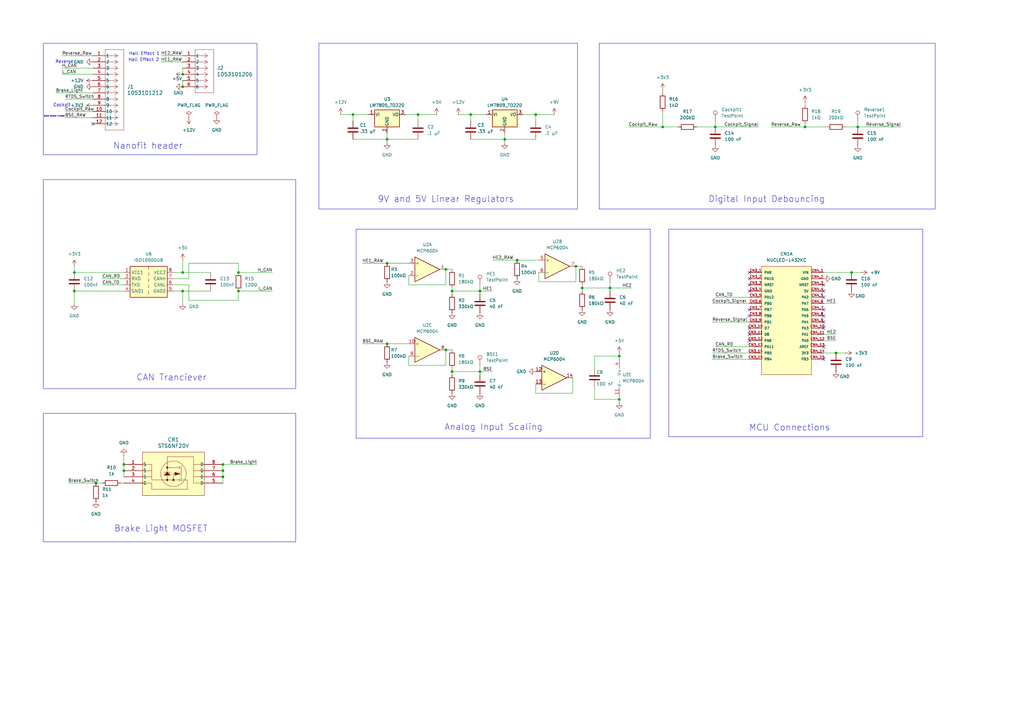
<source format=kicad_sch>
(kicad_sch (version 20250114) (generator "eeschema") (generator_version "9.0")
  (paper "A3")
  (title_block (title "ETC") (date "2025-05-04") (rev "3.3") (company "Dustin Wang - Formula Slug"))
  (lib_symbols
    (symbol "Amplifier_Operational:MCP6004" (pin_names (offset 0.127))
      (property "Reference" "U" (at 0 5.08 0))
      (property "Value" "MCP6004" (at 0 -5.08 0))
      (symbol "MCP6004_1_1"
        (pin input line (at -7.62 2.54 0) (length 2.54) (name "+") (number "3"))
        (pin input line (at -7.62 -2.54 0) (length 2.54) (name "-") (number "2"))
        (pin output line (at 7.62 0 180) (length 2.54) (name "~") (number "1"))
      )
      (symbol "MCP6004_2_1"
        (pin input line (at -7.62 2.54 0) (length 2.54) (name "+") (number "5"))
        (pin input line (at -7.62 -2.54 0) (length 2.54) (name "-") (number "6"))
        (pin output line (at 7.62 0 180) (length 2.54) (name "~") (number "7"))
      )
      (symbol "MCP6004_3_1"
        (pin input line (at -7.62 2.54 0) (length 2.54) (name "+") (number "10"))
        (pin input line (at -7.62 -2.54 0) (length 2.54) (name "-") (number "9"))
        (pin output line (at 7.62 0 180) (length 2.54) (name "~") (number "8"))
      )
      (symbol "MCP6004_4_1"
        (pin input line (at -7.62 2.54 0) (length 2.54) (name "+") (number "12"))
        (pin input line (at -7.62 -2.54 0) (length 2.54) (name "-") (number "13"))
        (pin output line (at 7.62 0 180) (length 2.54) (name "~") (number "14"))
      )
      (symbol "MCP6004_5_1"
        (pin power_in line (at -2.54 7.62 270) (length 3.81) (name "V+") (number "4"))
        (pin power_in line (at -2.54 -7.62 90) (length 3.81) (name "V-") (number "11"))
      )
    )
    (symbol "Connector:TestPoint" (pin_numbers (hide yes)) (pin_names (offset 0.762) (hide yes))
      (property "Reference" "TP" (at 0 6.858 0))
      (property "Value" "TestPoint" (at 0 5.08 0))
      (symbol "TestPoint_1_1"
        (pin passive line (at 0 0 90) (length 2.54) (name "1") (number "1"))
      )
    )
    (symbol "Device:C" (pin_numbers (hide yes)) (pin_names (offset 0.254))
      (property "Reference" "C" (at 0.635 2.54 0))
      (property "Value" "C" (at 0.635 -2.54 0))
      (symbol "C_1_1"
        (pin passive line (at 0 3.81 270) (length 2.794) (name "~") (number "1"))
        (pin passive line (at 0 -3.81 90) (length 2.794) (name "~") (number "2"))
      )
    )
    (symbol "Device:R" (pin_numbers (hide yes)) (pin_names (offset 0))
      (property "Reference" "R" (at 2.032 0 90))
      (property "Value" "R" (at 0 0 90))
      (symbol "R_1_1"
        (pin passive line (at 0 3.81 270) (length 1.27) (name "~") (number "1"))
        (pin passive line (at 0 -3.81 90) (length 1.27) (name "~") (number "2"))
      )
    )
    (symbol "FS_3_Global_Symbol_Library:NUCLEO-L432KC" (pin_names (offset 1.016))
      (property "Reference" "CN" (at 7.62 18.288 0))
      (property "Value" "NUCLEO-L432KC" (at -7.62 -25.4 0))
      (symbol "NUCLEO-L432KC_1_0"
        (pin bidirectional line (at -15.24 15.24 0) (length 5.08) (name "PA9") (number "CN3_1"))
        (pin bidirectional line (at -15.24 12.7 0) (length 5.08) (name "PA10") (number "CN3_2"))
        (pin bidirectional line (at -15.24 5.08 0) (length 5.08) (name "PA12") (number "CN3_5"))
        (pin bidirectional line (at -15.24 2.54 0) (length 5.08) (name "PB0") (number "CN3_6"))
        (pin bidirectional line (at -15.24 0 0) (length 5.08) (name "PB7") (number "CN3_7"))
        (pin bidirectional line (at -15.24 -2.54 0) (length 5.08) (name "PB6") (number "CN3_8"))
        (pin bidirectional line (at -15.24 -5.08 0) (length 5.08) (name "PB1") (number "CN3_9"))
        (pin bidirectional line (at -15.24 -12.7 0) (length 5.08) (name "PA8") (number "CN3_12"))
        (pin bidirectional line (at -15.24 -15.24 0) (length 5.08) (name "PA11") (number "CN3_13"))
        (pin bidirectional line (at -15.24 -17.78 0) (length 5.08) (name "PB5") (number "CN3_14"))
        (pin bidirectional line (at -15.24 -20.32 0) (length 5.08) (name "PB4") (number "CN3_15"))
      )
      (symbol "NUCLEO-L432KC_1_1"
        (pin bidirectional line (at -15.24 10.16 0) (length 5.08) (name "NRST") (number "CN3_3"))
        (pin power_in line (at -15.24 7.62 0) (length 5.08) (name "GND") (number "CN3_4"))
        (pin bidirectional line (at -15.24 -7.62 0) (length 5.08) (name "D7") (number "CN3_10"))
        (pin bidirectional line (at -15.24 -10.16 0) (length 5.08) (name "D8") (number "CN3_11"))
        (pin power_in line (at 15.24 15.24 180) (length 5.08) (name "VIN") (number "CN4_1"))
        (pin power_in line (at 15.24 12.7 180) (length 5.08) (name "GND") (number "CN4_2"))
        (pin bidirectional line (at 15.24 10.16 180) (length 5.08) (name "NRST") (number "CN4_3"))
        (pin power_out line (at 15.24 7.62 180) (length 5.08) (name "5V") (number "CN4_4"))
        (pin bidirectional line (at 15.24 5.08 180) (length 5.08) (name "PA2") (number "CN4_5"))
        (pin bidirectional line (at 15.24 2.54 180) (length 5.08) (name "PA7") (number "CN4_6"))
        (pin bidirectional line (at 15.24 0 180) (length 5.08) (name "PA6") (number "CN4_7"))
        (pin bidirectional line (at 15.24 -2.54 180) (length 5.08) (name "PA5") (number "CN4_8"))
        (pin bidirectional line (at 15.24 -5.08 180) (length 5.08) (name "PA4") (number "CN4_9"))
        (pin bidirectional line (at 15.24 -7.62 180) (length 5.08) (name "PA3") (number "CN4_10"))
        (pin bidirectional line (at 15.24 -10.16 180) (length 5.08) (name "PA1") (number "CN4_11"))
        (pin bidirectional line (at 15.24 -12.7 180) (length 5.08) (name "PA0") (number "CN4_12"))
        (pin bidirectional line (at 15.24 -15.24 180) (length 5.08) (name "AREF") (number "CN4_13"))
        (pin power_out line (at 15.24 -17.78 180) (length 5.08) (name "3V3") (number "CN4_14"))
        (pin bidirectional line (at 15.24 -20.32 180) (length 5.08) (name "PB3") (number "CN4_15"))
      )
      (symbol "NUCLEO-L432KC_2_0"
        (text "CN4" (at -10.16 18.542 0) (effects (font (size 1.778 1.778)) (justify left bottom)))
        (pin input line (at -15.24 7.62 0) (length 5.08) (name "VIN") (number "CN4_1"))
        (pin bidirectional line (at -15.24 2.54 0) (length 5.08) (name "NRST_CN4") (number "CN4_3"))
        (pin bidirectional line (at -15.24 -2.54 0) (length 5.08) (name "PA0") (number "CN4_12"))
        (pin bidirectional line (at -15.24 -5.08 0) (length 5.08) (name "PA1") (number "CN4_11"))
        (pin bidirectional line (at -15.24 -7.62 0) (length 5.08) (name "PA2") (number "CN4_5"))
        (pin bidirectional line (at -15.24 -10.16 0) (length 5.08) (name "PA3") (number "CN4_10"))
        (pin power_in line (at 15.24 15.24 180) (length 5.08) (name "+5V") (number "CN4_4"))
        (pin power_in line (at 15.24 12.7 180) (length 5.08) (name "+3V3") (number "CN4_14"))
        (pin bidirectional line (at 15.24 7.62 180) (length 5.08) (name "AREF") (number "CN4_13"))
        (pin bidirectional line (at 15.24 2.54 180) (length 5.08) (name "PB3") (number "CN4_15"))
        (pin bidirectional line (at 15.24 -2.54 180) (length 5.08) (name "PA4") (number "CN4_9"))
        (pin bidirectional line (at 15.24 -5.08 180) (length 5.08) (name "PA5") (number "CN4_8"))
        (pin bidirectional line (at 15.24 -7.62 180) (length 5.08) (name "PA6") (number "CN4_7"))
        (pin bidirectional line (at 15.24 -10.16 180) (length 5.08) (name "PA7") (number "CN4_6"))
        (pin power_in line (at 15.24 -15.24 180) (length 5.08) (name "GND_CN4") (number "CN4_2"))
      )
      (symbol "NUCLEO-L432KC_2_1"
        (pin bidirectional line (at 17.78 6.35 180) (length 5.08) (name "PA2") (number "-UB"))
      )
    )
    (symbol "FS_3_Global_Symbol_Library:STS6NF20V" (pin_names (offset 0.254))
      (property "Reference" "CR" (at 20.32 10.16 0))
      (property "Value" "STS6NF20V" (at 20.32 7.62 0))
      (symbol "STS6NF20V_0_1"
        (pin unspecified line (at 0 0 0) (length 7.62) (name "S") (number "1"))
        (pin unspecified line (at 0 -2.54 0) (length 7.62) (name "S") (number "2"))
        (pin unspecified line (at 0 -5.08 0) (length 7.62) (name "S") (number "3"))
        (pin unspecified line (at 0 -7.62 0) (length 7.62) (name "G") (number "4"))
        (pin unspecified line (at 40.64 0 180) (length 7.62) (name "D") (number "8"))
        (pin unspecified line (at 40.64 -2.54 180) (length 7.62) (name "D") (number "7"))
        (pin unspecified line (at 40.64 -5.08 180) (length 7.62) (name "D") (number "6"))
        (pin unspecified line (at 40.64 -7.62 180) (length 7.62) (name "D") (number "5"))
      )
    )
    (symbol "FS_Symbols:1053101206" (pin_names (offset 0.254))
      (property "Reference" "J" (at 8.89 6.35 0))
      (property "Value" "1053101206" (at 0 0 0))
      (symbol "1053101206_1_1"
        (pin unspecified line (at 0 0 0) (length 5.08) (name "1") (number "1"))
        (pin unspecified line (at 0 -2.54 0) (length 5.08) (name "2") (number "2"))
        (pin unspecified line (at 0 -5.08 0) (length 5.08) (name "3") (number "3"))
        (pin unspecified line (at 0 -7.62 0) (length 5.08) (name "4") (number "4"))
        (pin unspecified line (at 0 -10.16 0) (length 5.08) (name "5") (number "5"))
        (pin unspecified line (at 0 -12.7 0) (length 5.08) (name "6") (number "6"))
      )
      (symbol "1053101206_1_2"
        (pin unspecified line (at 0 0 0) (length 5.08) (name "1") (number "1"))
        (pin unspecified line (at 0 -2.54 0) (length 5.08) (name "2") (number "2"))
        (pin unspecified line (at 0 -5.08 0) (length 5.08) (name "3") (number "3"))
        (pin unspecified line (at 0 -7.62 0) (length 5.08) (name "4") (number "4"))
        (pin unspecified line (at 0 -10.16 0) (length 5.08) (name "5") (number "5"))
        (pin unspecified line (at 0 -12.7 0) (length 5.08) (name "6") (number "6"))
      )
    )
    (symbol "FS_Symbols:1053101212" (pin_names (offset 0.254))
      (property "Reference" "J" (at 8.89 6.35 0))
      (property "Value" "1053101212" (at 0 0 0))
      (symbol "1053101212_1_1"
        (pin unspecified line (at 0 0 0) (length 5.08) (name "1") (number "1"))
        (pin unspecified line (at 0 -2.54 0) (length 5.08) (name "2") (number "2"))
        (pin unspecified line (at 0 -5.08 0) (length 5.08) (name "3") (number "3"))
        (pin unspecified line (at 0 -7.62 0) (length 5.08) (name "4") (number "4"))
        (pin unspecified line (at 0 -10.16 0) (length 5.08) (name "5") (number "5"))
        (pin unspecified line (at 0 -12.7 0) (length 5.08) (name "6") (number "6"))
        (pin unspecified line (at 0 -15.24 0) (length 5.08) (name "7") (number "7"))
        (pin unspecified line (at 0 -17.78 0) (length 5.08) (name "8") (number "8"))
        (pin unspecified line (at 0 -20.32 0) (length 5.08) (name "9") (number "9"))
        (pin unspecified line (at 0 -22.86 0) (length 5.08) (name "10") (number "10"))
        (pin unspecified line (at 0 -25.4 0) (length 5.08) (name "11") (number "11"))
        (pin unspecified line (at 0 -27.94 0) (length 5.08) (name "12") (number "12"))
      )
      (symbol "1053101212_1_2"
        (pin unspecified line (at 0 0 0) (length 5.08) (name "1") (number "1"))
        (pin unspecified line (at 0 -2.54 0) (length 5.08) (name "2") (number "2"))
        (pin unspecified line (at 0 -5.08 0) (length 5.08) (name "3") (number "3"))
        (pin unspecified line (at 0 -7.62 0) (length 5.08) (name "4") (number "4"))
        (pin unspecified line (at 0 -10.16 0) (length 5.08) (name "5") (number "5"))
        (pin unspecified line (at 0 -12.7 0) (length 5.08) (name "6") (number "6"))
        (pin unspecified line (at 0 -15.24 0) (length 5.08) (name "7") (number "7"))
        (pin unspecified line (at 0 -17.78 0) (length 5.08) (name "8") (number "8"))
        (pin unspecified line (at 0 -20.32 0) (length 5.08) (name "9") (number "9"))
        (pin unspecified line (at 0 -22.86 0) (length 5.08) (name "10") (number "10"))
        (pin unspecified line (at 0 -25.4 0) (length 5.08) (name "11") (number "11"))
        (pin unspecified line (at 0 -27.94 0) (length 5.08) (name "12") (number "12"))
      )
    )
    (symbol "Interface_CAN_LIN:ISO1050DUB"
      (property "Reference" "U" (at -6.35 6.35 0))
      (property "Value" "ISO1050DUB" (at 2.54 6.35 0))
      (symbol "ISO1050DUB_1_1"
        (pin power_in line (at -10.16 2.54 0) (length 2.54) (name "VCC1") (number "1"))
        (pin output line (at -10.16 0 0) (length 2.54) (name "RXD") (number "2"))
        (pin input line (at -10.16 -2.54 0) (length 2.54) (name "TXD") (number "3"))
        (pin power_in line (at -10.16 -5.08 0) (length 2.54) (name "GND1") (number "4"))
        (pin power_in line (at 10.16 2.54 180) (length 2.54) (name "VCC2") (number "8"))
        (pin bidirectional line (at 10.16 0 180) (length 2.54) (name "CANH") (number "7"))
        (pin bidirectional line (at 10.16 -2.54 180) (length 2.54) (name "CANL") (number "6"))
        (pin power_in line (at 10.16 -5.08 180) (length 2.54) (name "GND2") (number "5"))
      )
    )
    (symbol "Regulator_Linear:LM7805_TO220" (pin_names (offset 0.254))
      (property "Reference" "U" (at -3.81 3.175 0))
      (property "Value" "LM7805_TO220" (at 0 3.175 0))
      (symbol "LM7805_TO220_1_1"
        (pin power_in line (at -7.62 0 0) (length 2.54) (name "VI") (number "1"))
        (pin power_in line (at 0 -7.62 90) (length 2.54) (name "GND") (number "2"))
        (pin power_out line (at 7.62 0 180) (length 2.54) (name "VO") (number "3"))
      )
    )
    (symbol "Regulator_Linear:LM7809_TO220" (pin_names (offset 0.254))
      (property "Reference" "U" (at -3.81 3.175 0))
      (property "Value" "LM7809_TO220" (at 0 3.175 0))
      (symbol "LM7809_TO220_1_1"
        (pin power_in line (at -7.62 0 0) (length 2.54) (name "VI") (number "1"))
        (pin power_in line (at 0 -7.62 90) (length 2.54) (name "GND") (number "2"))
        (pin power_out line (at 7.62 0 180) (length 2.54) (name "VO") (number "3"))
      )
    )
    (symbol "power:+12V" (power) (pin_numbers (hide yes)) (pin_names (offset 0) (hide yes))
      (property "Value" "+12V" (at 0 3.556 0))
      (symbol "+12V_1_1"
        (pin power_in line (at 0 0 90) (length 0) (name "~") (number "1"))
      )
    )
    (symbol "power:+3V3" (power) (pin_numbers (hide yes)) (pin_names (offset 0) (hide yes))
      (property "Value" "+3V3" (at 0 3.556 0))
      (symbol "+3V3_1_1"
        (pin power_in line (at 0 0 90) (length 0) (name "~") (number "1"))
      )
    )
    (symbol "power:+5V" (power) (pin_numbers (hide yes)) (pin_names (offset 0) (hide yes))
      (property "Value" "+5V" (at 0 3.556 0))
      (symbol "+5V_1_1"
        (pin power_in line (at 0 0 90) (length 0) (name "~") (number "1"))
      )
    )
    (symbol "power:+9V" (power) (pin_numbers (hide yes)) (pin_names (offset 0) (hide yes))
      (property "Value" "+9V" (at 0 3.556 0))
      (symbol "+9V_1_1"
        (pin power_in line (at 0 0 90) (length 0) (name "~") (number "1"))
      )
    )
    (symbol "power:GND" (power) (pin_numbers (hide yes)) (pin_names (offset 0) (hide yes))
      (property "Value" "GND" (at 0 -3.81 0))
      (symbol "GND_1_1"
        (pin power_in line (at 0 0 270) (length 0) (name "~") (number "1"))
      )
    )
    (symbol "power:PWR_FLAG" (power) (pin_numbers (hide yes)) (pin_names (offset 0) (hide yes))
      (property "Value" "PWR_FLAG" (at 0 3.81 0))
      (symbol "PWR_FLAG_0_0"
        (pin power_out line (at 0 0 90) (length 0) (name "~") (number "1"))
      )
    )
  )
  (rectangle (start 245.745 17.78) (end 383.54 85.725))
  (rectangle (start 146.05 93.98) (end 266.7 179.705))
  (rectangle (start 130.81 17.78) (end 236.855 85.725))
  (rectangle (start 17.78 169.545) (end 121.285 222.25))
  (rectangle (start 17.78 73.66) (end 121.285 159.385))
  (rectangle (start 274.32 93.98) (end 378.46 179.07))
  (rectangle (start 17.78 17.78) (end 105.41 63.5))
  (text "Hall Effect 1" (at 59.182 22.098 0) (effects (font (size 1.27 1.27))))
  (text "Hall Effect 2" (at 58.928 24.638 0) (effects (font (size 1.27 1.27))))
  (text "Brake Light MOSFET" (at 66.04 216.916 0) (effects (font (size 2.54 2.54))))
  (text "CAN Tranciever" (at 70.358 154.94 0) (effects (font (size 2.54 2.54))))
  (text "Cockpit" (at 25.4 43.18 0) (effects (font (size 1.27 1.27))))
  (text "Digital Input Debouncing" (at 314.452 81.788 0) (effects (font (size 2.54 2.54))))
  (text "Brake System Encoder" (at 22.352 47.752 0) (effects (font (size 0.508 0.508))))
  (text "Reverse" (at 26.416 25.4 0) (effects (font (size 1.27 1.27))))
  (text "9V and 5V Linear Regulators" (at 182.88 81.788 0) (effects (font (size 2.54 2.54))))
  (text "Analog Input Scaling" (at 202.438 175.26 0) (effects (font (size 2.54 2.54))))
  (text "Nanofit header" (at 60.706 59.944 0) (effects (font (size 2.54 2.54))))
  (text "MCU Connections" (at 323.85 175.514 0) (effects (font (size 2.54 2.54))))
  (junction (at 330.2 52.07))
  (junction (at 207.01 57.15))
  (junction (at 236.22 109.22))
  (junction (at 182.88 110.49))
  (junction (at 212.09 106.68))
  (junction (at 196.85 152.4))
  (junction (at 158.75 140.97))
  (junction (at 271.78 52.07))
  (junction (at 74.93 119.38))
  (junction (at 158.75 57.15))
  (junction (at 91.44 190.5))
  (junction (at 74.93 111.76))
  (junction (at 30.48 119.38))
  (junction (at 91.44 195.58))
  (junction (at 171.45 46.99))
  (junction (at 50.8 193.04))
  (junction (at 193.04 46.99))
  (junction (at 185.42 119.38))
  (junction (at 342.9 144.78))
  (junction (at 144.78 46.99))
  (junction (at 74.93 35.56))
  (junction (at 97.79 119.38))
  (junction (at 196.85 119.38))
  (junction (at 238.76 118.11))
  (junction (at 182.88 143.51))
  (junction (at 39.37 198.12))
  (junction (at 250.19 118.11))
  (junction (at 30.48 111.76))
  (junction (at 91.44 193.04))
  (junction (at 74.93 30.48))
  (junction (at 349.25 111.76))
  (junction (at 293.37 52.07))
  (junction (at 351.79 52.07))
  (junction (at 185.42 152.4))
  (junction (at 50.8 190.5))
  (junction (at 254 146.05))
  (junction (at 254 163.83))
  (junction (at 158.75 107.95))
  (junction (at 219.71 46.99))
  (junction (at 97.79 111.76))
  (no_connect (at 307.34 116.84))
  (no_connect (at 337.82 129.54))
  (no_connect (at 307.34 134.62))
  (no_connect (at 337.82 147.32))
  (no_connect (at 337.82 132.08))
  (no_connect (at 307.34 111.76))
  (no_connect (at 337.82 121.92))
  (no_connect (at 38.1 50.8))
  (no_connect (at 337.82 119.38))
  (no_connect (at 307.34 139.7))
  (no_connect (at 307.34 129.54))
  (no_connect (at 307.34 127))
  (no_connect (at 307.34 137.16))
  (no_connect (at 337.82 116.84))
  (no_connect (at 337.82 127))
  (no_connect (at 307.34 119.38))
  (no_connect (at 337.82 142.24))
  (no_connect (at 337.82 134.62))
  (no_connect (at 307.34 114.3))
  (wire (pts (xy 207.01 57.15) (xy 207.01 58.42)))
  (wire (pts (xy 77.47 107.95) (xy 97.79 107.95)))
  (wire (pts (xy 271.78 52.07) (xy 278.13 52.07)))
  (wire (pts (xy 144.78 57.15) (xy 158.75 57.15)))
  (wire (pts (xy 342.9 137.16) (xy 337.82 137.16)))
  (wire (pts (xy 167.64 116.84) (xy 182.88 116.84)))
  (wire (pts (xy 220.98 111.76) (xy 220.98 115.57)))
  (wire (pts (xy 185.42 152.4) (xy 196.85 152.4)))
  (wire (pts (xy 254 146.05) (xy 243.84 146.05)))
  (wire (pts (xy 158.75 54.61) (xy 158.75 57.15)))
  (wire (pts (xy 292.1 147.32) (xy 307.34 147.32)))
  (wire (pts (xy 316.23 52.07) (xy 330.2 52.07)))
  (wire (pts (xy 77.47 116.84) (xy 77.47 123.19)))
  (wire (pts (xy 74.93 106.68) (xy 74.93 111.76)))
  (wire (pts (xy 167.64 113.03) (xy 167.64 116.84)))
  (wire (pts (xy 38.1 45.72) (xy 26.67 45.72)))
  (wire (pts (xy 254 144.78) (xy 254 146.05)))
  (wire (pts (xy 171.45 46.99) (xy 171.45 49.53)))
  (wire (pts (xy 254 165.1) (xy 254 163.83)))
  (wire (pts (xy 74.93 35.56) (xy 74.93 33.02)))
  (wire (pts (xy 196.85 149.86) (xy 196.85 152.4)))
  (wire (pts (xy 139.7 46.99) (xy 144.78 46.99)))
  (wire (pts (xy 193.04 46.99) (xy 193.04 49.53)))
  (wire (pts (xy 50.8 193.04) (xy 50.8 195.58)))
  (wire (pts (xy 349.25 111.76) (xy 353.06 111.76)))
  (wire (pts (xy 351.79 52.07) (xy 369.57 52.07)))
  (wire (pts (xy 250.19 118.11) (xy 250.19 119.38)))
  (wire (pts (xy 250.19 115.57) (xy 250.19 118.11)))
  (wire (pts (xy 330.2 52.07) (xy 339.09 52.07)))
  (wire (pts (xy 74.93 119.38) (xy 86.36 119.38)))
  (wire (pts (xy 30.48 111.76) (xy 50.8 111.76)))
  (wire (pts (xy 212.09 106.68) (xy 220.98 106.68)))
  (wire (pts (xy 158.75 57.15) (xy 158.75 58.42)))
  (wire (pts (xy 91.44 193.04) (xy 91.44 195.58)))
  (wire (pts (xy 50.8 186.69) (xy 50.8 190.5)))
  (wire (pts (xy 201.93 106.68) (xy 212.09 106.68)))
  (wire (pts (xy 285.75 52.07) (xy 293.37 52.07)))
  (wire (pts (xy 74.93 124.46) (xy 74.93 119.38)))
  (wire (pts (xy 182.88 116.84) (xy 182.88 110.49)))
  (wire (pts (xy 74.93 25.4) (xy 66.04 25.4)))
  (wire (pts (xy 293.37 121.92) (xy 307.34 121.92)))
  (wire (pts (xy 236.22 115.57) (xy 236.22 109.22)))
  (wire (pts (xy 307.34 124.46) (xy 292.1 124.46)))
  (wire (pts (xy 342.9 124.46) (xy 337.82 124.46)))
  (wire (pts (xy 185.42 151.13) (xy 185.42 152.4)))
  (wire (pts (xy 271.78 36.83) (xy 271.78 38.1)))
  (wire (pts (xy 182.88 110.49) (xy 185.42 110.49)))
  (wire (pts (xy 196.85 119.38) (xy 196.85 120.65)))
  (wire (pts (xy 74.93 119.38) (xy 71.12 119.38)))
  (wire (pts (xy 220.98 115.57) (xy 236.22 115.57)))
  (wire (pts (xy 185.42 119.38) (xy 196.85 119.38)))
  (wire (pts (xy 182.88 149.86) (xy 182.88 143.51)))
  (wire (pts (xy 148.59 107.95) (xy 158.75 107.95)))
  (wire (pts (xy 144.78 46.99) (xy 151.13 46.99)))
  (wire (pts (xy 193.04 57.15) (xy 207.01 57.15)))
  (wire (pts (xy 97.79 111.76) (xy 111.76 111.76)))
  (wire (pts (xy 187.96 46.99) (xy 193.04 46.99)))
  (wire (pts (xy 238.76 118.11) (xy 250.19 118.11)))
  (wire (pts (xy 193.04 46.99) (xy 199.39 46.99)))
  (wire (pts (xy 77.47 123.19) (xy 97.79 123.19)))
  (wire (pts (xy 250.19 118.11) (xy 259.08 118.11)))
  (wire (pts (xy 219.71 161.29) (xy 234.95 161.29)))
  (wire (pts (xy 236.22 109.22) (xy 238.76 109.22)))
  (wire (pts (xy 97.79 123.19) (xy 97.79 119.38)))
  (wire (pts (xy 346.71 52.07) (xy 351.79 52.07)))
  (wire (pts (xy 91.44 195.58) (xy 91.44 198.12)))
  (wire (pts (xy 342.9 139.7) (xy 337.82 139.7)))
  (wire (pts (xy 182.88 143.51) (xy 185.42 143.51)))
  (wire (pts (xy 219.71 46.99) (xy 227.33 46.99)))
  (wire (pts (xy 219.71 157.48) (xy 219.71 161.29)))
  (wire (pts (xy 254 146.05) (xy 254 147.32)))
  (wire (pts (xy 97.79 119.38) (xy 111.76 119.38)))
  (wire (pts (xy 39.37 198.12) (xy 41.91 198.12)))
  (wire (pts (xy 196.85 116.84) (xy 196.85 119.38)))
  (wire (pts (xy 337.82 111.76) (xy 349.25 111.76)))
  (wire (pts (xy 167.64 149.86) (xy 182.88 149.86)))
  (wire (pts (xy 243.84 163.83) (xy 254 163.83)))
  (wire (pts (xy 74.93 30.48) (xy 74.93 27.94)))
  (wire (pts (xy 74.93 22.86) (xy 66.04 22.86)))
  (wire (pts (xy 185.42 118.11) (xy 185.42 119.38)))
  (wire (pts (xy 74.93 111.76) (xy 71.12 111.76)))
  (wire (pts (xy 41.91 116.84) (xy 50.8 116.84)))
  (wire (pts (xy 342.9 144.78) (xy 346.71 144.78)))
  (wire (pts (xy 166.37 46.99) (xy 171.45 46.99)))
  (wire (pts (xy 171.45 46.99) (xy 179.07 46.99)))
  (wire (pts (xy 30.48 119.38) (xy 50.8 119.38)))
  (wire (pts (xy 25.4 22.86) (xy 38.1 22.86)))
  (wire (pts (xy 158.75 140.97) (xy 167.64 140.97)))
  (wire (pts (xy 196.85 152.4) (xy 196.85 153.67)))
  (wire (pts (xy 293.37 142.24) (xy 307.34 142.24)))
  (wire (pts (xy 50.8 190.5) (xy 50.8 193.04)))
  (wire (pts (xy 257.81 52.07) (xy 271.78 52.07)))
  (wire (pts (xy 49.53 198.12) (xy 50.8 198.12)))
  (wire (pts (xy 330.2 50.8) (xy 330.2 52.07)))
  (wire (pts (xy 71.12 114.3) (xy 77.47 114.3)))
  (wire (pts (xy 207.01 57.15) (xy 219.71 57.15)))
  (wire (pts (xy 41.91 114.3) (xy 50.8 114.3)))
  (wire (pts (xy 77.47 114.3) (xy 77.47 107.95)))
  (wire (pts (xy 337.82 144.78) (xy 342.9 144.78)))
  (wire (pts (xy 214.63 46.99) (xy 219.71 46.99)))
  (wire (pts (xy 238.76 116.84) (xy 238.76 118.11)))
  (wire (pts (xy 167.64 146.05) (xy 167.64 149.86)))
  (wire (pts (xy 271.78 45.72) (xy 271.78 52.07)))
  (wire (pts (xy 196.85 119.38) (xy 201.93 119.38)))
  (wire (pts (xy 38.1 48.26) (xy 26.67 48.26)))
  (wire (pts (xy 234.95 154.94) (xy 234.95 161.29)))
  (wire (pts (xy 185.42 119.38) (xy 185.42 120.65)))
  (wire (pts (xy 292.1 144.78) (xy 307.34 144.78)))
  (wire (pts (xy 27.94 198.12) (xy 39.37 198.12)))
  (wire (pts (xy 25.4 27.94) (xy 38.1 27.94)))
  (wire (pts (xy 158.75 107.95) (xy 167.64 107.95)))
  (wire (pts (xy 293.37 49.53) (xy 293.37 52.07)))
  (wire (pts (xy 74.93 111.76) (xy 86.36 111.76)))
  (wire (pts (xy 158.75 57.15) (xy 171.45 57.15)))
  (wire (pts (xy 144.78 46.99) (xy 144.78 49.53)))
  (wire (pts (xy 330.2 41.91) (xy 330.2 43.18)))
  (wire (pts (xy 30.48 109.22) (xy 30.48 111.76)))
  (wire (pts (xy 254 162.56) (xy 254 163.83)))
  (wire (pts (xy 91.44 190.5) (xy 91.44 193.04)))
  (wire (pts (xy 91.44 190.5) (xy 105.41 190.5)))
  (wire (pts (xy 71.12 116.84) (xy 77.47 116.84)))
  (wire (pts (xy 30.48 119.38) (xy 30.48 124.46)))
  (wire (pts (xy 97.79 107.95) (xy 97.79 111.76)))
  (wire (pts (xy 185.42 152.4) (xy 185.42 153.67)))
  (wire (pts (xy 292.1 132.08) (xy 307.34 132.08)))
  (wire (pts (xy 243.84 146.05) (xy 243.84 151.13)))
  (wire (pts (xy 243.84 158.75) (xy 243.84 163.83)))
  (wire (pts (xy 38.1 40.64) (xy 26.67 40.64)))
  (wire (pts (xy 38.1 38.1) (xy 22.86 38.1)))
  (wire (pts (xy 351.79 49.53) (xy 351.79 52.07)))
  (wire (pts (xy 196.85 152.4) (xy 201.93 152.4)))
  (wire (pts (xy 219.71 46.99) (xy 219.71 49.53)))
  (wire (pts (xy 148.59 140.97) (xy 158.75 140.97)))
  (wire (pts (xy 25.4 30.48) (xy 38.1 30.48)))
  (wire (pts (xy 238.76 118.11) (xy 238.76 119.38)))
  (wire (pts (xy 293.37 52.07) (xy 311.15 52.07)))
  (wire (pts (xy 207.01 54.61) (xy 207.01 57.15)))
  (label "BSE" (at 201.93 152.4 180))
  (label "Cockpit_Raw" (at 257.81 52.07 0))
  (label "HE2_RAW" (at 66.04 22.86 0))
  (label "CAN_RD" (at 293.37 142.24 0))
  (label "Cockpit_Raw" (at 26.67 45.72 0))
  (label "Reverse_Raw" (at 25.4 22.86 0))
  (label "L_CAN" (at 25.4 30.48 0))
  (label "H_CAN" (at 25.4 27.94 0))
  (label "Reverse_Signal" (at 292.1 132.08 0))
  (label "Brake_Switch" (at 292.1 147.32 0))
  (label "CAN_RD" (at 41.91 114.3 0))
  (label "Cockpit_Signal" (at 311.15 52.07 180))
  (label "CAN_TD" (at 293.37 121.92 0))
  (label "BSE_RAW" (at 26.67 48.26 0))
  (label "BSE" (at 342.9 139.7 180))
  (label "L_CAN" (at 111.76 119.38 180))
  (label "HE1" (at 201.93 119.38 180))
  (label "HE2_RAW" (at 201.93 106.68 0))
  (label "Reverse_Signal" (at 369.57 52.07 180))
  (label "RTDS_Switch" (at 292.1 144.78 0))
  (label "BSE_RAW" (at 148.59 140.97 0))
  (label "HE1" (at 342.9 124.46 180))
  (label "HE2" (at 259.08 118.11 180))
  (label "H_CAN" (at 111.76 111.76 180))
  (label "Brake_Light" (at 105.41 190.5 180))
  (label "Cockpit_Signal" (at 292.1 124.46 0))
  (label "Brake_Switch" (at 27.94 198.12 0))
  (label "RTDS_Switch" (at 26.67 40.64 0))
  (label "HE2" (at 342.9 137.16 180))
  (label "HE1_RAW" (at 148.59 107.95 0))
  (label "HE1_RAW" (at 66.04 25.4 0))
  (label "Brake_Light" (at 22.86 38.1 0))
  (label "Reverse_Raw" (at 316.23 52.07 0))
  (label "CAN_TD" (at 41.91 116.84 0))
  (symbol (lib_id "power:+3V3") (at 346.71 144.78 270) (unit 1)
    (property "Reference" "#PWR025" (effects (hide yes)))
    (property "Value" "+3V3" (at 350.52 144.7799 90) (effects (justify left)))
    (property "Description" "Power symbol creates a global label with name \"+3V3\"" (effects (hide yes)))
  )
  (symbol (lib_id "Amplifier_Operational:MCP6004") (at 228.6 109.22 0) (unit 2)
    (property "Reference" "U2" (at 228.6 99.06 0))
    (property "Value" "MCP6004" (at 228.6 101.6 0))
    (property "Footprint" "Package_SO:SOIC-14_3.9x8.7mm_P1.27mm" (effects (hide yes)))
    (property "Datasheet" "http://ww1.microchip.com/downloads/en/DeviceDoc/21733j.pdf" (effects (hide yes)))
    (property "Description" "1MHz, Low-Power Op Amp, DIP-14/SOIC-14/TSSOP-14" (effects (hide yes)))
  )
  (symbol (lib_id "Connector:TestPoint") (at 351.79 49.53 0) (unit 1)
    (property "Reference" "Reverse1" (at 354.33 44.9579 0) (effects (justify left)))
    (property "Value" "TestPoint" (at 354.33 47.4979 0) (effects (justify left)))
    (property "Footprint" "Connector_PinHeader_2.54mm:PinHeader_1x01_P2.54mm_Vertical" (effects (hide yes)))
    (property "Description" "test point" (effects (hide yes)))
  )
  (symbol (lib_id "power:GND") (at 50.8 186.69 180) (unit 1)
    (property "Reference" "#PWR029" (effects (hide yes)))
    (property "Value" "GND" (at 50.8 181.61 0))
    (property "Description" "Power symbol creates a global label with name \"GND\" , ground" (effects (hide yes)))
  )
  (symbol (lib_id "power:PWR_FLAG") (at 77.47 48.26 0) (unit 1)
    (property "Reference" "#FLG01" (effects (hide yes)))
    (property "Value" "PWR_FLAG" (at 77.47 43.18 0))
    (property "Description" "Special symbol for telling ERC where power comes from" (effects (hide yes)))
  )
  (symbol (lib_id "Device:C") (at 171.45 53.34 0) (unit 1)
    (property "Reference" "C2" (at 175.26 52.0699 0) (effects (justify left)))
    (property "Value" ".1 µF" (at 175.26 54.6099 0) (effects (justify left)))
    (property "Footprint" "Capacitor_SMD:C_0805_2012Metric_Pad1.18x1.45mm_HandSolder" (effects (hide yes)))
    (property "Description" "Unpolarized capacitor" (effects (hide yes)))
  )
  (symbol (lib_id "Device:C") (at 30.48 115.57 0) (unit 1)
    (property "Reference" "C12" (at 34.29 114.3 0) (effects (justify left)))
    (property "Value" "100nF" (at 34.29 116.84 0) (effects (justify left)))
    (property "Footprint" "Capacitor_SMD:C_0805_2012Metric_Pad1.18x1.45mm_HandSolder" (effects (hide yes)))
  )
  (symbol (lib_id "power:GND") (at 293.37 59.69 0) (unit 1)
    (property "Reference" "#PWR028" (effects (hide yes)))
    (property "Value" "GND" (at 293.37 64.77 0))
    (property "Description" "Power symbol creates a global label with name \"GND\" , ground" (effects (hide yes)))
  )
  (symbol (lib_id "power:+9V") (at 353.06 111.76 270) (unit 1)
    (property "Reference" "#PWR024" (effects (hide yes)))
    (property "Value" "+9V" (at 356.87 111.7599 90) (effects (justify left)))
    (property "Description" "Power symbol creates a global label with name \"+9V\"" (effects (hide yes)))
  )
  (symbol (lib_id "power:+12V") (at 139.7 46.99 0) (unit 1)
    (property "Reference" "#PWR08" (effects (hide yes)))
    (property "Value" "+12V" (at 139.7 41.91 0))
    (property "Description" "Power symbol creates a global label with name \"+12V\"" (effects (hide yes)))
  )
  (symbol (lib_id "Device:C") (at 349.25 115.57 0) (unit 1)
    (property "Reference" "C16" (at 353.06 114.2999 0) (effects (justify left)))
    (property "Value" "100 nF" (at 353.06 116.8399 0) (effects (justify left)))
    (property "Footprint" "Capacitor_SMD:C_0805_2012Metric_Pad1.18x1.45mm_HandSolder" (effects (hide yes)))
    (property "Description" "Unpolarized capacitor" (effects (hide yes)))
  )
  (symbol (lib_id "power:GND") (at 196.85 161.29 0) (unit 1)
    (property "Reference" "#PWR023" (effects (hide yes)))
    (property "Value" "GND" (at 196.85 166.37 0))
  )
  (symbol (lib_id "power:+5V") (at 74.93 30.48 90) (unit 1)
    (property "Reference" "#PWR02" (effects (hide yes)))
    (property "Value" "+5V" (at 74.676 32.258 90) (effects (justify left)))
    (property "Description" "Power symbol creates a global label with name \"+5V\"" (effects (hide yes)))
  )
  (symbol (lib_id "power:GND") (at 158.75 148.59 0) (unit 1)
    (property "Reference" "#PWR021" (effects (hide yes)))
    (property "Value" "GND" (at 158.75 153.67 0))
  )
  (symbol (lib_id "FS_3_Global_Symbol_Library:STS6NF20V") (at 50.8 190.5 0) (unit 1)
    (property "Reference" "CR1" (at 71.12 180.34 0) (effects (font (size 1.524 1.524))))
    (property "Value" "STS6NF20V" (at 71.12 182.88 0) (effects (font (size 1.524 1.524))))
    (property "Footprint" "Package_SO:PowerIntegrations_SO-8" (effects (hide yes)))
    (property "Datasheet" "STS6NF20V" (effects (hide yes)))
    (property "Description" "N Type Mosfet" (effects (hide yes)))
  )
  (symbol (lib_id "power:GND") (at 185.42 161.29 0) (unit 1)
    (property "Reference" "#PWR022" (effects (hide yes)))
    (property "Value" "GND" (at 185.42 166.37 0))
  )
  (symbol (lib_id "power:GND") (at 158.75 115.57 0) (unit 1)
    (property "Reference" "#PWR015" (effects (hide yes)))
    (property "Value" "GND" (at 158.75 120.65 0))
  )
  (symbol (lib_id "Device:R") (at 342.9 52.07 270) (unit 1)
    (property "Reference" "R19" (at 342.9 45.72 90))
    (property "Value" "200kΩ" (at 342.9 48.26 90))
    (property "Footprint" "Resistor_SMD:R_0805_2012Metric_Pad1.20x1.40mm_HandSolder" (effects (hide yes)))
    (property "Description" "Resistor" (effects (hide yes)))
  )
  (symbol (lib_id "power:GND") (at 185.42 128.27 0) (unit 1)
    (property "Reference" "#PWR014" (effects (hide yes)))
    (property "Value" "GND" (at 185.42 133.35 0))
  )
  (symbol (lib_id "Device:C") (at 250.19 123.19 0) (unit 1)
    (property "Reference" "C6" (at 254 121.92 0) (effects (justify left)))
    (property "Value" "40 nF" (at 254 124.46 0) (effects (justify left)))
    (property "Footprint" "Capacitor_SMD:C_0805_2012Metric_Pad1.18x1.45mm_HandSolder" (effects (hide yes)))
  )
  (symbol (lib_id "Interface_CAN_LIN:ISO1050DUB") (at 60.96 114.3 0) (unit 1)
    (property "Reference" "U6" (at 60.96 104.14 0))
    (property "Value" "ISO1050DUB" (at 60.96 106.68 0))
    (property "Footprint" "Package_SO:SOP-8_6.62x9.15mm_P2.54mm" (effects (hide yes)))
    (property "Datasheet" "http://www.ti.com/lit/ds/symlink/iso1050.pdf" (effects (hide yes)))
    (property "Description" "Isolated CAN Transceiver, SOP-8" (effects (hide yes)))
  )
  (symbol (lib_id "power:GND") (at 219.71 152.4 270) (unit 1)
    (property "Reference" "#PWR047" (effects (hide yes)))
    (property "Value" "GND" (at 215.9 152.3999 90) (effects (justify right)))
    (property "Description" "Power symbol creates a global label with name \"GND\" , ground" (effects (hide yes)))
  )
  (symbol (lib_id "power:+3V3") (at 30.48 109.22 0) (unit 1)
    (property "Reference" "#PWR038" (effects (hide yes)))
    (property "Value" "+3V3" (at 30.48 104.14 0))
    (property "Description" "Power symbol creates a global label with name \"+3V3\"" (effects (hide yes)))
  )
  (symbol (lib_id "Device:C") (at 193.04 53.34 0) (unit 1)
    (property "Reference" "C3" (at 195.834 51.308 0) (effects (justify left)))
    (property "Value" ".33 µF" (at 195.834 53.848 0) (effects (justify left)))
    (property "Footprint" "Capacitor_SMD:C_0805_2012Metric_Pad1.18x1.45mm_HandSolder" (effects (hide yes)))
    (property "Description" "Unpolarized capacitor" (effects (hide yes)))
  )
  (symbol (lib_id "Device:R") (at 281.94 52.07 270) (unit 1)
    (property "Reference" "R17" (at 281.94 45.72 90))
    (property "Value" "200kΩ" (at 281.94 48.26 90))
    (property "Footprint" "Resistor_SMD:R_0805_2012Metric_Pad1.20x1.40mm_HandSolder" (effects (hide yes)))
    (property "Description" "Resistor" (effects (hide yes)))
  )
  (symbol (lib_id "Device:R") (at 238.76 113.03 0) (unit 1)
    (property "Reference" "R5" (at 241.3 111.76 0) (effects (justify left)))
    (property "Value" "180kΩ" (at 241.3 114.3 0) (effects (justify left)))
    (property "Footprint" "Resistor_SMD:R_0805_2012Metric_Pad1.20x1.40mm_HandSolder" (effects (hide yes)))
  )
  (symbol (lib_id "Device:R") (at 185.42 157.48 0) (unit 1)
    (property "Reference" "R9" (at 187.96 156.21 0) (effects (justify left)))
    (property "Value" "330kΩ" (at 187.96 158.75 0) (effects (justify left)))
    (property "Footprint" "Resistor_SMD:R_0805_2012Metric_Pad1.20x1.40mm_HandSolder" (effects (hide yes)))
  )
  (symbol (lib_id "Device:R") (at 238.76 123.19 0) (unit 1)
    (property "Reference" "R6" (at 241.3 121.9199 0) (effects (justify left)))
    (property "Value" "180kΩ" (at 241.3 124.4599 0) (effects (justify left)))
    (property "Footprint" "Resistor_SMD:R_0805_2012Metric_Pad1.20x1.40mm_HandSolder" (effects (hide yes)))
  )
  (symbol (lib_id "power:+5V") (at 254 144.78 0) (unit 1)
    (property "Reference" "#PWR019" (effects (hide yes)))
    (property "Value" "+5V" (at 254 139.7 0))
    (property "Description" "Power symbol creates a global label with name \"+5V\"" (effects (hide yes)))
  )
  (symbol (lib_id "FS_Symbols:1053101206") (at 74.93 22.86 0) (unit 1)
    (property "Reference" "J2" (at 88.9 27.9399 0) (effects (font (size 1.524 1.524)) (justify left)))
    (property "Value" "1053101206" (at 88.9 30.4799 0) (effects (font (size 1.524 1.524)) (justify left)))
    (property "Footprint" "Connector_Molex:Molex_Nano-Fit_105310-xx06_2x03_P2.50mm_Vertical" (effects (hide yes)))
    (property "Datasheet" "1053101206" (effects (hide yes)))
  )
  (symbol (lib_id "Device:R") (at 158.75 111.76 0) (unit 1)
    (property "Reference" "R3" (at 160.274 110.49 0) (effects (justify left)))
    (property "Value" "100kΩ" (at 160.274 113.03 0) (effects (justify left)))
    (property "Footprint" "Resistor_SMD:R_0805_2012Metric_Pad1.20x1.40mm_HandSolder" (effects (hide yes)))
  )
  (symbol (lib_id "power:GND") (at 38.1 35.56 270) (unit 1)
    (property "Reference" "#PWR06" (effects (hide yes)))
    (property "Value" "GND" (at 34.29 35.5599 90) (effects (justify right)))
    (property "Description" "Power symbol creates a global label with name \"GND\" , ground" (effects (hide yes)))
  )
  (symbol (lib_id "power:GND") (at 351.79 59.69 0) (unit 1)
    (property "Reference" "#PWR048" (effects (hide yes)))
    (property "Value" "GND" (at 351.79 64.77 0))
    (property "Description" "Power symbol creates a global label with name \"GND\" , ground" (effects (hide yes)))
  )
  (symbol (lib_id "Device:R") (at 330.2 46.99 0) (unit 1)
    (property "Reference" "R18" (at 332.74 45.7199 0) (effects (justify left)))
    (property "Value" "1kΩ" (at 332.74 48.2599 0) (effects (justify left)))
    (property "Footprint" "Resistor_SMD:R_0805_2012Metric_Pad1.20x1.40mm_HandSolder" (effects (hide yes)))
  )
  (symbol (lib_id "power:GND") (at 74.93 124.46 0) (unit 1)
    (property "Reference" "#PWR041" (effects (hide yes)))
    (property "Value" "GND" (at 77.47 125.73 0) (effects (justify left)))
  )
  (symbol (lib_id "Device:C") (at 196.85 157.48 0) (unit 1)
    (property "Reference" "C7" (at 200.66 156.21 0) (effects (justify left)))
    (property "Value" "40 nF" (at 200.66 158.75 0) (effects (justify left)))
    (property "Footprint" "Capacitor_SMD:C_0805_2012Metric_Pad1.18x1.45mm_HandSolder" (effects (hide yes)))
  )
  (symbol (lib_id "Device:C") (at 144.78 53.34 0) (unit 1)
    (property "Reference" "C1" (at 147.574 51.308 0) (effects (justify left)))
    (property "Value" ".33 µF" (at 147.574 53.848 0) (effects (justify left)))
    (property "Footprint" "Capacitor_SMD:C_0805_2012Metric_Pad1.18x1.45mm_HandSolder" (effects (hide yes)))
    (property "Description" "Unpolarized capacitor" (effects (hide yes)))
  )
  (symbol (lib_id "power:GND") (at 254 165.1 0) (unit 1)
    (property "Reference" "#PWR020" (effects (hide yes)))
    (property "Value" "GND" (at 254 170.18 0))
  )
  (symbol (lib_id "power:GND") (at 88.9 48.26 0) (unit 1)
    (property "Reference" "#PWR045" (effects (hide yes)))
    (property "Value" "GND" (at 88.9 53.34 0))
    (property "Description" "Power symbol creates a global label with name \"GND\" , ground" (effects (hide yes)))
  )
  (symbol (lib_id "Device:R") (at 97.79 115.57 0) (unit 1)
    (property "Reference" "R15" (at 100.33 114.3 0) (effects (justify left)))
    (property "Value" "120Ω" (at 100.33 116.84 0) (effects (justify left)))
    (property "Footprint" "Resistor_SMD:R_0805_2012Metric_Pad1.20x1.40mm_HandSolder" (effects (hide yes)))
  )
  (symbol (lib_id "power:GND") (at 196.85 128.27 0) (unit 1)
    (property "Reference" "#PWR013" (effects (hide yes)))
    (property "Value" "GND" (at 196.85 133.35 0))
  )
  (symbol (lib_id "power:GND") (at 30.48 124.46 0) (unit 1)
    (property "Reference" "#PWR039" (effects (hide yes)))
    (property "Value" "GND" (at 30.48 129.54 0))
  )
  (symbol (lib_id "Connector:TestPoint") (at 196.85 116.84 0) (unit 1)
    (property "Reference" "HE1" (at 199.39 112.2679 0) (effects (justify left)))
    (property "Value" "TestPoint" (at 199.39 114.8079 0) (effects (justify left)))
    (property "Footprint" "Connector_PinHeader_2.54mm:PinHeader_1x01_P2.54mm_Vertical" (effects (hide yes)))
    (property "Description" "test point" (effects (hide yes)))
  )
  (symbol (lib_id "Device:R") (at 158.75 144.78 0) (unit 1)
    (property "Reference" "R7" (at 160.274 143.51 0) (effects (justify left)))
    (property "Value" "100kΩ" (at 160.274 146.05 0) (effects (justify left)))
    (property "Footprint" "Resistor_SMD:R_0805_2012Metric_Pad1.20x1.40mm_HandSolder" (effects (hide yes)))
  )
  (symbol (lib_id "power:+12V") (at 187.96 46.99 0) (unit 1)
    (property "Reference" "#PWR010" (effects (hide yes)))
    (property "Value" "+12V" (at 187.96 41.91 0))
    (property "Description" "Power symbol creates a global label with name \"+12V\"" (effects (hide yes)))
  )
  (symbol (lib_id "power:+9V") (at 227.33 46.99 0) (unit 1)
    (property "Reference" "#PWR012" (effects (hide yes)))
    (property "Value" "+9V" (at 227.33 41.91 0))
    (property "Description" "Power symbol creates a global label with name \"+9V\"" (effects (hide yes)))
  )
  (symbol (lib_id "Device:R") (at 212.09 110.49 0) (unit 1)
    (property "Reference" "R4" (at 213.614 109.22 0) (effects (justify left)))
    (property "Value" "100kΩ" (at 213.614 111.76 0) (effects (justify left)))
    (property "Footprint" "Resistor_SMD:R_0805_2012Metric_Pad1.20x1.40mm_HandSolder" (effects (hide yes)))
  )
  (symbol (lib_id "power:GND") (at 212.09 114.3 0) (unit 1)
    (property "Reference" "#PWR016" (effects (hide yes)))
    (property "Value" "GND" (at 212.09 119.38 0))
  )
  (symbol (lib_id "Amplifier_Operational:MCP6004") (at 227.33 154.94 0) (unit 4)
    (property "Reference" "U2" (at 227.33 144.78 0))
    (property "Value" "MCP6004" (at 227.33 147.32 0))
    (property "Footprint" "Package_SO:SOIC-14_3.9x8.7mm_P1.27mm" (effects (hide yes)))
    (property "Datasheet" "http://ww1.microchip.com/downloads/en/DeviceDoc/21733j.pdf" (effects (hide yes)))
    (property "Description" "1MHz, Low-Power Op Amp, DIP-14/SOIC-14/TSSOP-14" (effects (hide yes)))
  )
  (symbol (lib_id "power:+12V") (at 77.47 48.26 180) (unit 1)
    (property "Reference" "#PWR044" (effects (hide yes)))
    (property "Value" "+12V" (at 77.47 53.34 0))
    (property "Description" "Power symbol creates a global label with name \"+12V\"" (effects (hide yes)))
  )
  (symbol (lib_id "Regulator_Linear:LM7809_TO220") (at 207.01 46.99 0) (unit 1)
    (property "Reference" "U4" (at 207.01 40.64 0))
    (property "Value" "LM7809_TO220" (at 207.01 43.18 0))
    (property "Footprint" "Package_TO_SOT_THT:TO-220-3_Horizontal_TabUp" (effects (hide yes)))
    (property "Datasheet" "https://www.onsemi.cn/PowerSolutions/document/MC7800-D.PDF" (effects (hide yes)))
    (property "Description" "Positive 1A 35V Linear Regulator, Fixed Output 9V, TO-220" (effects (hide yes)))
  )
  (symbol (lib_id "power:GND") (at 349.25 119.38 0) (unit 1)
    (property "Reference" "#PWR05" (effects (hide yes)))
    (property "Value" "GND" (at 352.806 121.412 0))
    (property "Description" "Power symbol creates a global label with name \"GND\" , ground" (effects (hide yes)))
  )
  (symbol (lib_id "Device:R") (at 185.42 114.3 0) (unit 1)
    (property "Reference" "R1" (at 187.96 113.03 0) (effects (justify left)))
    (property "Value" "180kΩ" (at 187.96 115.57 0) (effects (justify left)))
    (property "Footprint" "Resistor_SMD:R_0805_2012Metric_Pad1.20x1.40mm_HandSolder" (effects (hide yes)))
  )
  (symbol (lib_id "power:+3V3") (at 330.2 41.91 0) (unit 1)
    (property "Reference" "#PWR046" (effects (hide yes)))
    (property "Value" "+3V3" (at 330.2 36.83 0))
    (property "Description" "Power symbol creates a global label with name \"+3V3\"" (effects (hide yes)))
  )
  (symbol (lib_id "Device:R") (at 185.42 124.46 0) (unit 1)
    (property "Reference" "R2" (at 187.96 123.19 0) (effects (justify left)))
    (property "Value" "330kΩ" (at 187.96 125.73 0) (effects (justify left)))
    (property "Footprint" "Resistor_SMD:R_0805_2012Metric_Pad1.20x1.40mm_HandSolder" (effects (hide yes)))
  )
  (symbol (lib_id "Device:R") (at 271.78 41.91 0) (unit 1)
    (property "Reference" "R16" (at 274.32 40.6399 0) (effects (justify left)))
    (property "Value" "1kΩ" (at 274.32 43.1799 0) (effects (justify left)))
    (property "Footprint" "Resistor_SMD:R_0805_2012Metric_Pad1.20x1.40mm_HandSolder" (effects (hide yes)))
  )
  (symbol (lib_id "Amplifier_Operational:MCP6004") (at 256.54 154.94 0) (unit 5)
    (property "Reference" "U2" (at 255.27 153.6699 0) (effects (justify left)))
    (property "Value" "MCP6004" (at 255.27 156.2099 0) (effects (justify left)))
    (property "Footprint" "Package_SO:SOIC-14_3.9x8.7mm_P1.27mm" (effects (hide yes)))
    (property "Datasheet" "http://ww1.microchip.com/downloads/en/DeviceDoc/21733j.pdf" (effects (hide yes)))
    (property "Description" "1MHz, Low-Power Op Amp, DIP-14/SOIC-14/TSSOP-14" (effects (hide yes)))
  )
  (symbol (lib_id "Device:C") (at 342.9 148.59 0) (unit 1)
    (property "Reference" "C9" (at 346.71 147.3199 0) (effects (justify left)))
    (property "Value" "100 nF" (at 346.71 149.8599 0) (effects (justify left)))
    (property "Footprint" "Capacitor_SMD:C_0805_2012Metric_Pad1.18x1.45mm_HandSolder" (effects (hide yes)))
    (property "Description" "Unpolarized capacitor" (effects (hide yes)))
  )
  (symbol (lib_id "Amplifier_Operational:MCP6004") (at 175.26 110.49 0) (unit 1)
    (property "Reference" "U2" (at 175.26 100.33 0))
    (property "Value" "MCP6004" (at 175.26 102.87 0))
    (property "Footprint" "Package_SO:SOIC-14_3.9x8.7mm_P1.27mm" (effects (hide yes)))
    (property "Datasheet" "http://ww1.microchip.com/downloads/en/DeviceDoc/21733j.pdf" (effects (hide yes)))
    (property "Description" "1MHz, Low-Power Op Amp, DIP-14/SOIC-14/TSSOP-14" (effects (hide yes)))
  )
  (symbol (lib_id "power:GND") (at 250.19 127 0) (unit 1)
    (property "Reference" "#PWR018" (effects (hide yes)))
    (property "Value" "GND" (at 250.19 132.08 0))
  )
  (symbol (lib_id "Device:C") (at 293.37 55.88 0) (unit 1)
    (property "Reference" "C14" (at 297.18 54.6099 0) (effects (justify left)))
    (property "Value" "100 nF" (at 297.18 57.1499 0) (effects (justify left)))
    (property "Footprint" "Capacitor_SMD:C_0805_2012Metric_Pad1.18x1.45mm_HandSolder" (effects (hide yes)))
    (property "Description" "Unpolarized capacitor" (effects (hide yes)))
  )
  (symbol (lib_id "Device:R") (at 185.42 147.32 0) (unit 1)
    (property "Reference" "R8" (at 187.96 146.05 0) (effects (justify left)))
    (property "Value" "180kΩ" (at 187.96 148.59 0) (effects (justify left)))
    (property "Footprint" "Resistor_SMD:R_0805_2012Metric_Pad1.20x1.40mm_HandSolder" (effects (hide yes)))
  )
  (symbol (lib_id "Device:R") (at 45.72 198.12 90) (unit 1)
    (property "Reference" "R10" (at 45.72 191.77 90))
    (property "Value" "1k" (at 45.72 194.31 90))
    (property "Footprint" "Resistor_SMD:R_0805_2012Metric_Pad1.20x1.40mm_HandSolder" (effects (hide yes)))
    (property "Description" "Resistor" (effects (hide yes)))
  )
  (symbol (lib_id "Device:C") (at 351.79 55.88 0) (unit 1)
    (property "Reference" "C15" (at 355.6 54.6099 0) (effects (justify left)))
    (property "Value" "100 nF" (at 355.6 57.1499 0) (effects (justify left)))
    (property "Footprint" "Capacitor_SMD:C_0805_2012Metric_Pad1.18x1.45mm_HandSolder" (effects (hide yes)))
    (property "Description" "Unpolarized capacitor" (effects (hide yes)))
  )
  (symbol (lib_id "power:GND") (at 337.82 114.3 90) (unit 1)
    (property "Reference" "#PWR030" (effects (hide yes)))
    (property "Value" "GND" (at 342.9 114.3 90))
    (property "Description" "Power symbol creates a global label with name \"GND\" , ground" (effects (hide yes)))
  )
  (symbol (lib_id "power:GND") (at 207.01 58.42 0) (unit 1)
    (property "Reference" "#PWR011" (effects (hide yes)))
    (property "Value" "GND" (at 207.01 63.5 0))
    (property "Description" "Power symbol creates a global label with name \"GND\" , ground" (effects (hide yes)))
  )
  (symbol (lib_id "Device:C") (at 196.85 124.46 0) (unit 1)
    (property "Reference" "C5" (at 200.66 123.19 0) (effects (justify left)))
    (property "Value" "40 nF" (at 200.66 125.73 0) (effects (justify left)))
    (property "Footprint" "Capacitor_SMD:C_0805_2012Metric_Pad1.18x1.45mm_HandSolder" (effects (hide yes)))
  )
  (symbol (lib_id "power:+5V") (at 179.07 46.99 0) (unit 1)
    (property "Reference" "#PWR09" (effects (hide yes)))
    (property "Value" "+5V" (at 179.07 41.91 0))
    (property "Description" "Power symbol creates a global label with name \"+5V\"" (effects (hide yes)))
  )
  (symbol (lib_id "Connector:TestPoint") (at 293.37 49.53 0) (unit 1) (in_bom no)
    (property "Reference" "Cockpit1" (at 295.91 44.9579 0) (effects (justify left)))
    (property "Value" "TestPoint" (at 295.91 47.4979 0) (effects (justify left)))
    (property "Footprint" "Connector_PinHeader_2.54mm:PinHeader_1x01_P2.54mm_Vertical" (effects (hide yes)))
    (property "Description" "test point" (effects (hide yes)))
  )
  (symbol (lib_id "power:+12V") (at 38.1 33.02 90) (unit 1)
    (property "Reference" "#PWR03" (effects (hide yes)))
    (property "Value" "+12V" (at 34.29 33.0199 90) (effects (justify left)))
    (property "Description" "Power symbol creates a global label with name \"+12V\"" (effects (hide yes)))
  )
  (symbol (lib_id "Connector:TestPoint") (at 196.85 149.86 0) (unit 1)
    (property "Reference" "BSE1" (at 199.39 145.2879 0) (effects (justify left)))
    (property "Value" "TestPoint" (at 199.39 147.8279 0) (effects (justify left)))
    (property "Footprint" "Connector_PinHeader_2.54mm:PinHeader_1x01_P2.54mm_Vertical" (effects (hide yes)))
    (property "Description" "test point" (effects (hide yes)))
  )
  (symbol (lib_id "power:GND") (at 39.37 205.74 0) (unit 1)
    (property "Reference" "#PWR031" (effects (hide yes)))
    (property "Value" "GND" (at 39.37 210.82 0))
    (property "Description" "Power symbol creates a global label with name \"GND\" , ground" (effects (hide yes)))
  )
  (symbol (lib_id "Device:R") (at 39.37 201.93 180) (unit 1)
    (property "Reference" "R11" (at 41.91 200.6599 0) (effects (justify right)))
    (property "Value" "1k" (at 41.91 203.1999 0) (effects (justify right)))
    (property "Footprint" "Resistor_SMD:R_0805_2012Metric_Pad1.20x1.40mm_HandSolder" (effects (hide yes)))
    (property "Description" "Resistor" (effects (hide yes)))
  )
  (symbol (lib_id "power:GND") (at 38.1 25.4 270) (unit 1)
    (property "Reference" "#PWR033" (effects (hide yes)))
    (property "Value" "GND" (at 34.29 25.3999 90) (effects (justify right)))
    (property "Description" "Power symbol creates a global label with name \"GND\" , ground" (effects (hide yes)))
  )
  (symbol (lib_id "Amplifier_Operational:MCP6004") (at 175.26 143.51 0) (unit 3)
    (property "Reference" "U2" (at 175.26 133.35 0))
    (property "Value" "MCP6004" (at 175.26 135.89 0))
    (property "Footprint" "Package_SO:SOIC-14_3.9x8.7mm_P1.27mm" (effects (hide yes)))
    (property "Datasheet" "http://ww1.microchip.com/downloads/en/DeviceDoc/21733j.pdf" (effects (hide yes)))
    (property "Description" "1MHz, Low-Power Op Amp, DIP-14/SOIC-14/TSSOP-14" (effects (hide yes)))
  )
  (symbol (lib_id "power:PWR_FLAG") (at 88.9 48.26 0) (unit 1)
    (property "Reference" "#FLG02" (effects (hide yes)))
    (property "Value" "PWR_FLAG" (at 88.9 43.18 0))
    (property "Description" "Special symbol for telling ERC where power comes from" (effects (hide yes)))
  )
  (symbol (lib_id "power:GND") (at 342.9 152.4 0) (unit 1)
    (property "Reference" "#PWR04" (effects (hide yes)))
    (property "Value" "GND" (at 346.456 154.432 0))
    (property "Description" "Power symbol creates a global label with name \"GND\" , ground" (effects (hide yes)))
  )
  (symbol (lib_id "Regulator_Linear:LM7805_TO220") (at 158.75 46.99 0) (unit 1)
    (property "Reference" "U3" (at 158.75 40.64 0))
    (property "Value" "LM7805_TO220" (at 158.75 43.18 0))
    (property "Footprint" "Package_TO_SOT_THT:TO-220-3_Horizontal_TabUp" (effects (hide yes)))
    (property "Datasheet" "https://www.onsemi.cn/PowerSolutions/document/MC7800-D.PDF" (effects (hide yes)))
    (property "Description" "Positive 1A 35V Linear Regulator, Fixed Output 5V, TO-220" (effects (hide yes)))
  )
  (symbol (lib_id "Device:C") (at 243.84 154.94 0) (unit 1)
    (property "Reference" "C8" (at 244.602 152.654 0) (effects (justify left)))
    (property "Value" "100 nF" (at 244.602 157.48 0) (effects (justify left)))
    (property "Footprint" "Capacitor_SMD:C_0805_2012Metric_Pad1.18x1.45mm_HandSolder" (effects (hide yes)))
    (property "Description" "Unpolarized capacitor" (effects (hide yes)))
  )
  (symbol (lib_id "Device:C") (at 86.36 115.57 0) (unit 1)
    (property "Reference" "C13" (at 90.17 114.3 0) (effects (justify left)))
    (property "Value" "100nF" (at 90.17 116.84 0) (effects (justify left)))
    (property "Footprint" "Capacitor_SMD:C_0805_2012Metric_Pad1.18x1.45mm_HandSolder" (effects (hide yes)))
  )
  (symbol (lib_id "power:+5V") (at 74.93 106.68 0) (unit 1)
    (property "Reference" "#PWR040" (effects (hide yes)))
    (property "Value" "+5V" (at 74.93 101.6 0))
  )
  (symbol (lib_id "power:GND") (at 74.93 35.56 270) (unit 1)
    (property "Reference" "#PWR01" (effects (hide yes)))
    (property "Value" "GND" (at 75.184 38.1 90) (effects (justify right)))
    (property "Description" "Power symbol creates a global label with name \"GND\" , ground" (effects (hide yes)))
  )
  (symbol (lib_id "Device:C") (at 219.71 53.34 0) (unit 1)
    (property "Reference" "C4" (at 223.52 52.0699 0) (effects (justify left)))
    (property "Value" ".1 µF" (at 223.52 54.6099 0) (effects (justify left)))
    (property "Footprint" "Capacitor_SMD:C_0805_2012Metric_Pad1.18x1.45mm_HandSolder" (effects (hide yes)))
    (property "Description" "Unpolarized capacitor" (effects (hide yes)))
  )
  (symbol (lib_id "power:+3V3") (at 38.1 43.18 90) (unit 1)
    (property "Reference" "#PWR026" (effects (hide yes)))
    (property "Value" "+3V3" (at 34.29 43.1801 90) (effects (justify left)))
    (property "Description" "Power symbol creates a global label with name \"+3V3\"" (effects (hide yes)))
  )
  (symbol (lib_id "FS_3_Global_Symbol_Library:NUCLEO-L432KC") (at 322.58 127 0) (unit 1)
    (property "Reference" "CN1" (at 322.58 104.14 0))
    (property "Value" "NUCLEO-L432KC" (at 322.58 106.68 0))
    (property "Footprint" "FS_Footprints:NUCLEO-L432KC" (effects (hide yes)))
    (property "Description" "STM32 Microcontroller" (effects (hide yes)))
    (property "PARTREV" "N/A" (effects (hide yes)))
    (property "STANDARD" "Manufacturer Recommendations" (effects (hide yes)))
    (property "MAXIMUM_PACKAGE_HEIGHT" "N/A" (effects (hide yes)))
    (property "MANUFACTURER" "ST Microelectronics" (effects (hide yes)))
  )
  (symbol (lib_id "Connector:TestPoint") (at 250.19 115.57 0) (unit 1)
    (property "Reference" "HE2" (at 252.73 110.9979 0) (effects (justify left)))
    (property "Value" "TestPoint" (at 252.73 113.5379 0) (effects (justify left)))
    (property "Footprint" "Connector_PinHeader_2.54mm:PinHeader_1x01_P2.54mm_Vertical" (effects (hide yes)))
    (property "Description" "test point" (effects (hide yes)))
  )
  (symbol (lib_id "power:GND") (at 158.75 58.42 0) (unit 1)
    (property "Reference" "#PWR07" (effects (hide yes)))
    (property "Value" "GND" (at 158.75 63.5 0))
    (property "Description" "Power symbol creates a global label with name \"GND\" , ground" (effects (hide yes)))
  )
  (symbol (lib_id "power:+3V3") (at 271.78 36.83 0) (unit 1)
    (property "Reference" "#PWR027" (effects (hide yes)))
    (property "Value" "+3V3" (at 271.78 31.75 0))
    (property "Description" "Power symbol creates a global label with name \"+3V3\"" (effects (hide yes)))
  )
  (symbol (lib_id "power:GND") (at 238.76 127 0) (unit 1)
    (property "Reference" "#PWR017" (effects (hide yes)))
    (property "Value" "GND" (at 238.76 132.08 0))
  )
  (symbol (lib_id "FS_Symbols:1053101212") (at 38.1 22.86 0) (unit 1)
    (property "Reference" "J1" (at 52.07 35.5599 0) (effects (font (size 1.524 1.524)) (justify left)))
    (property "Value" "1053101212" (at 52.07 38.0999 0) (effects (font (size 1.524 1.524)) (justify left)))
    (property "Footprint" "Connector_Molex:Molex_Nano-Fit_105310-xx12_2x06_P2.50mm_Vertical" (effects (hide yes)))
    (property "Datasheet" "1053121212" (effects (hide yes)))
  )
)
</source>
